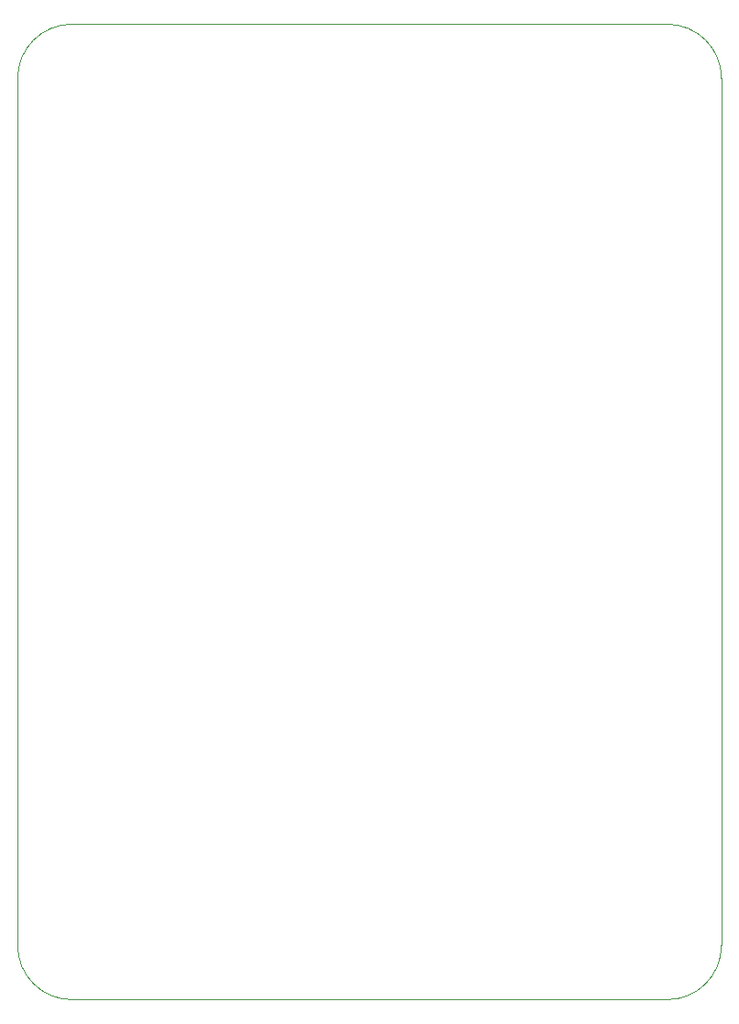
<source format=gbr>
%TF.GenerationSoftware,KiCad,Pcbnew,(6.0.10)*%
%TF.CreationDate,2023-01-10T11:19:31-08:00*%
%TF.ProjectId,we_ssr_control,77655f73-7372-45f6-936f-6e74726f6c2e,0.0.9*%
%TF.SameCoordinates,PX2faf080PY8583b00*%
%TF.FileFunction,Profile,NP*%
%FSLAX46Y46*%
G04 Gerber Fmt 4.6, Leading zero omitted, Abs format (unit mm)*
G04 Created by KiCad (PCBNEW (6.0.10)) date 2023-01-10 11:19:31*
%MOMM*%
%LPD*%
G01*
G04 APERTURE LIST*
%TA.AperFunction,Profile*%
%ADD10C,0.001000*%
%TD*%
G04 APERTURE END LIST*
D10*
X0Y5000000D02*
X0Y85000000D01*
X0Y5000000D02*
G75*
G03*
X5000000Y0I5000000J0D01*
G01*
X65000000Y85000000D02*
X65000000Y5000000D01*
X65000000Y85000000D02*
G75*
G03*
X60000000Y90000000I-5000000J0D01*
G01*
X60000000Y0D02*
G75*
G03*
X65000000Y5000000I0J5000000D01*
G01*
X5000000Y90000000D02*
X60000000Y90000000D01*
X5000000Y90000000D02*
G75*
G03*
X0Y85000000I0J-5000000D01*
G01*
X60000000Y0D02*
X5000000Y0D01*
M02*

</source>
